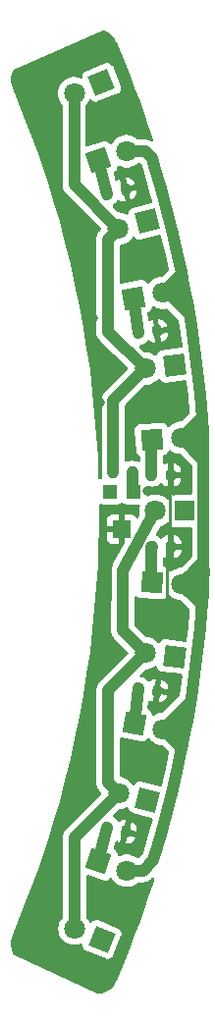
<source format=gbr>
%TF.GenerationSoftware,KiCad,Pcbnew,7.0.9*%
%TF.CreationDate,2024-06-22T15:47:22+09:00*%
%TF.ProjectId,Side_Line,53696465-5f4c-4696-9e65-2e6b69636164,rev?*%
%TF.SameCoordinates,Original*%
%TF.FileFunction,Copper,L2,Bot*%
%TF.FilePolarity,Positive*%
%FSLAX46Y46*%
G04 Gerber Fmt 4.6, Leading zero omitted, Abs format (unit mm)*
G04 Created by KiCad (PCBNEW 7.0.9) date 2024-06-22 15:47:22*
%MOMM*%
%LPD*%
G01*
G04 APERTURE LIST*
G04 Aperture macros list*
%AMRoundRect*
0 Rectangle with rounded corners*
0 $1 Rounding radius*
0 $2 $3 $4 $5 $6 $7 $8 $9 X,Y pos of 4 corners*
0 Add a 4 corners polygon primitive as box body*
4,1,4,$2,$3,$4,$5,$6,$7,$8,$9,$2,$3,0*
0 Add four circle primitives for the rounded corners*
1,1,$1+$1,$2,$3*
1,1,$1+$1,$4,$5*
1,1,$1+$1,$6,$7*
1,1,$1+$1,$8,$9*
0 Add four rect primitives between the rounded corners*
20,1,$1+$1,$2,$3,$4,$5,0*
20,1,$1+$1,$4,$5,$6,$7,0*
20,1,$1+$1,$6,$7,$8,$9,0*
20,1,$1+$1,$8,$9,$2,$3,0*%
%AMRotRect*
0 Rectangle, with rotation*
0 The origin of the aperture is its center*
0 $1 length*
0 $2 width*
0 $3 Rotation angle, in degrees counterclockwise*
0 Add horizontal line*
21,1,$1,$2,0,0,$3*%
G04 Aperture macros list end*
%TA.AperFunction,ComponentPad*%
%ADD10RotRect,1.800000X1.800000X165.600000*%
%TD*%
%TA.AperFunction,ComponentPad*%
%ADD11C,1.800000*%
%TD*%
%TA.AperFunction,SMDPad,CuDef*%
%ADD12RoundRect,0.200000X-0.163956X-0.297898X0.232890X-0.247765X0.163956X0.297898X-0.232890X0.247765X0*%
%TD*%
%TA.AperFunction,ComponentPad*%
%ADD13RotRect,1.800000X1.800000X172.800000*%
%TD*%
%TA.AperFunction,ComponentPad*%
%ADD14RotRect,1.800000X1.800000X10.800000*%
%TD*%
%TA.AperFunction,SMDPad,CuDef*%
%ADD15RoundRect,0.200000X-0.200000X-0.275000X0.200000X-0.275000X0.200000X0.275000X-0.200000X0.275000X0*%
%TD*%
%TA.AperFunction,ComponentPad*%
%ADD16R,1.800000X1.800000*%
%TD*%
%TA.AperFunction,ComponentPad*%
%ADD17RotRect,1.800000X1.800000X201.600000*%
%TD*%
%TA.AperFunction,ComponentPad*%
%ADD18RotRect,1.800000X1.800000X3.600000*%
%TD*%
%TA.AperFunction,ComponentPad*%
%ADD19RotRect,1.800000X1.800000X194.400000*%
%TD*%
%TA.AperFunction,SMDPad,CuDef*%
%ADD20RoundRect,0.200000X-0.125327X-0.316098X0.262106X-0.216622X0.125327X0.316098X-0.262106X0.216622X0*%
%TD*%
%TA.AperFunction,SMDPad,CuDef*%
%ADD21RoundRect,0.200000X0.200000X0.275000X-0.200000X0.275000X-0.200000X-0.275000X0.200000X-0.275000X0*%
%TD*%
%TA.AperFunction,ComponentPad*%
%ADD22RotRect,1.800000X1.800000X342.000000*%
%TD*%
%TA.AperFunction,ComponentPad*%
%ADD23RotRect,1.800000X1.800000X158.400000*%
%TD*%
%TA.AperFunction,SMDPad,CuDef*%
%ADD24RoundRect,0.200000X-0.232890X-0.247765X0.163956X-0.297898X0.232890X0.247765X-0.163956X0.297898X0*%
%TD*%
%TA.AperFunction,SMDPad,CuDef*%
%ADD25RoundRect,0.200000X-0.262106X-0.216622X0.125327X-0.316098X0.262106X0.216622X-0.125327X0.316098X0*%
%TD*%
%TA.AperFunction,ComponentPad*%
%ADD26RotRect,1.800000X1.800000X356.400000*%
%TD*%
%TA.AperFunction,ComponentPad*%
%ADD27RotRect,1.800000X1.800000X187.200000*%
%TD*%
%TA.AperFunction,ComponentPad*%
%ADD28RotRect,1.800000X1.800000X18.000000*%
%TD*%
%TA.AperFunction,ComponentPad*%
%ADD29RotRect,1.800000X1.800000X349.200000*%
%TD*%
%TA.AperFunction,SMDPad,CuDef*%
%ADD30R,1.200000X1.200000*%
%TD*%
%TA.AperFunction,SMDPad,CuDef*%
%ADD31R,1.600000X1.500000*%
%TD*%
%TA.AperFunction,ViaPad*%
%ADD32C,0.800000*%
%TD*%
%TA.AperFunction,Conductor*%
%ADD33C,1.000000*%
%TD*%
%TA.AperFunction,Conductor*%
%ADD34C,0.250000*%
%TD*%
G04 APERTURE END LIST*
D10*
%TO.P,Q6,1,C*%
%TO.N,+3.3V*%
X249644629Y-126515729D03*
D11*
%TO.P,Q6,2,E*%
%TO.N,/signal*%
X247184428Y-125884057D03*
%TD*%
D12*
%TO.P,R2,1*%
%TO.N,Net-(D2-K)*%
X248860845Y-86239528D03*
%TO.P,R2,2*%
%TO.N,GND*%
X250497835Y-86032728D03*
%TD*%
D13*
%TO.P,Q5,1,C*%
%TO.N,+3.3V*%
X252000595Y-114131277D03*
D11*
%TO.P,Q5,2,E*%
%TO.N,/signal*%
X249480624Y-113812931D03*
%TD*%
D14*
%TO.P,D2,1,K*%
%TO.N,Net-(D2-K)*%
X248493341Y-83217500D03*
D11*
%TO.P,D2,2,A*%
%TO.N,+5V*%
X250988351Y-82741551D03*
%TD*%
D15*
%TO.P,R4,1*%
%TO.N,Net-(D4-K)*%
X250050800Y-104648000D03*
%TO.P,R4,2*%
%TO.N,GND*%
X251700800Y-104648000D03*
%TD*%
D16*
%TO.P,Q4,1,C*%
%TO.N,+3.3V*%
X252907800Y-101549200D03*
D11*
%TO.P,Q4,2,E*%
%TO.N,/signal*%
X250367800Y-101549200D03*
%TD*%
D17*
%TO.P,Q1,1,C*%
%TO.N,+3.3V*%
X245717656Y-64598290D03*
D11*
%TO.P,Q1,2,E*%
%TO.N,/signal*%
X243356024Y-65533326D03*
%TD*%
D18*
%TO.P,D3,1,K*%
%TO.N,Net-(D3-K)*%
X250049534Y-95405512D03*
D11*
%TO.P,D3,2,A*%
%TO.N,+5V*%
X252584522Y-95246024D03*
%TD*%
D15*
%TO.P,R3,1*%
%TO.N,Net-(D3-K)*%
X250025400Y-98450400D03*
%TO.P,R3,2*%
%TO.N,GND*%
X251675400Y-98450400D03*
%TD*%
D19*
%TO.P,Q2,1,C*%
%TO.N,+3.3V*%
X249619362Y-76585863D03*
D11*
%TO.P,Q2,2,E*%
%TO.N,/signal*%
X247159161Y-77217535D03*
%TD*%
D20*
%TO.P,R1,1*%
%TO.N,Net-(D1-K)*%
X246175045Y-74270900D03*
%TO.P,R1,2*%
%TO.N,GND*%
X247773207Y-73860562D03*
%TD*%
D21*
%TO.P,R7,1*%
%TO.N,Net-(R7-Pad1)*%
X248373400Y-98247200D03*
%TO.P,R7,2*%
%TO.N,/signal*%
X246723400Y-98247200D03*
%TD*%
D22*
%TO.P,D6,1,K*%
%TO.N,Net-(D6-K)*%
X245463073Y-131784611D03*
D11*
%TO.P,D6,2,A*%
%TO.N,+5V*%
X247878757Y-132569514D03*
%TD*%
D23*
%TO.P,Q7,1,C*%
%TO.N,+3.3V*%
X245755057Y-138507245D03*
D11*
%TO.P,Q7,2,E*%
%TO.N,/signal*%
X243393425Y-137572209D03*
%TD*%
D24*
%TO.P,R5,1*%
%TO.N,Net-(D5-K)*%
X248873578Y-116859672D03*
%TO.P,R5,2*%
%TO.N,GND*%
X250510568Y-117066472D03*
%TD*%
D25*
%TO.P,R6,1*%
%TO.N,Net-(D6-K)*%
X246200311Y-128830690D03*
%TO.P,R6,2*%
%TO.N,GND*%
X247798473Y-129241028D03*
%TD*%
D26*
%TO.P,D4,1,K*%
%TO.N,Net-(D4-K)*%
X250055913Y-107693089D03*
D11*
%TO.P,D4,2,A*%
%TO.N,+5V*%
X252590901Y-107852577D03*
%TD*%
D27*
%TO.P,Q3,1,C*%
%TO.N,+3.3V*%
X251987861Y-88967924D03*
D11*
%TO.P,Q3,2,E*%
%TO.N,/signal*%
X249467890Y-89286270D03*
%TD*%
D28*
%TO.P,D1,1,K*%
%TO.N,Net-(D1-K)*%
X245431677Y-71318761D03*
D11*
%TO.P,D1,2,A*%
%TO.N,+5V*%
X247847361Y-70533858D03*
%TD*%
D29*
%TO.P,D5,1,K*%
%TO.N,Net-(D5-K)*%
X248522200Y-119884574D03*
D11*
%TO.P,D5,2,A*%
%TO.N,+5V*%
X251017210Y-120360523D03*
%TD*%
D30*
%TO.P,RV1,1,1*%
%TO.N,unconnected-(RV1-Pad1)*%
X246472200Y-99876200D03*
D31*
%TO.P,RV1,2,2*%
%TO.N,GND*%
X247472200Y-103126200D03*
D30*
%TO.P,RV1,3,3*%
%TO.N,Net-(R7-Pad1)*%
X248472200Y-99876200D03*
%TD*%
D32*
%TO.N,GND*%
X245364000Y-87630000D03*
X245999000Y-135128000D03*
X248158000Y-127889000D03*
X247269000Y-89281000D03*
X247523000Y-130683000D03*
X242443000Y-128016000D03*
X242697000Y-75057000D03*
X245745000Y-68072000D03*
X244983000Y-84963000D03*
X251714000Y-97028000D03*
X241554000Y-130683000D03*
X250698000Y-87376000D03*
X252984000Y-98425000D03*
X241935000Y-72263000D03*
X249174000Y-123190000D03*
X245618000Y-92202000D03*
X245999000Y-107188000D03*
X250952000Y-92329000D03*
X239903000Y-138938000D03*
X247269000Y-113792000D03*
X245110000Y-115570000D03*
X249682000Y-99822000D03*
X251968000Y-85852000D03*
X244729000Y-125730000D03*
X251924500Y-99822000D03*
X247396000Y-72390000D03*
X250317000Y-118491000D03*
X244729000Y-117983000D03*
X250317000Y-84582000D03*
X249174000Y-79883000D03*
X245618000Y-61722000D03*
X239649000Y-64389000D03*
X250317000Y-115570000D03*
X249174000Y-73533000D03*
X247650000Y-75311000D03*
X251841000Y-117221000D03*
X245364000Y-141224000D03*
X249174000Y-129540000D03*
X250825000Y-110871000D03*
%TO.N,/signal*%
X246723400Y-95910400D03*
%TD*%
D33*
%TO.N,Net-(D1-K)*%
X246175045Y-74270900D02*
X245431677Y-71318761D01*
%TO.N,+5V*%
X254379741Y-109656520D02*
X254323693Y-110286800D01*
X254518714Y-96113600D02*
X254518714Y-95554885D01*
X254518714Y-95554885D02*
X254462550Y-94742000D01*
X253651138Y-95246024D02*
X254518714Y-96113600D01*
X254518714Y-105562400D02*
X254518714Y-97332800D01*
X253428488Y-117662989D02*
X253092300Y-119650918D01*
X251017210Y-120360523D02*
X252130143Y-120360523D01*
X252584522Y-95246024D02*
X254518714Y-97180216D01*
X254518714Y-107645115D02*
X254459040Y-108508800D01*
X254323693Y-110286800D02*
X254201157Y-111664757D01*
X252581840Y-81148062D02*
X252581840Y-80924400D01*
X251017210Y-120360523D02*
X253370225Y-118007508D01*
X254249823Y-107852577D02*
X254521900Y-107580500D01*
X250173483Y-131677013D02*
X249280982Y-132569514D01*
X252302718Y-123605043D02*
X251849632Y-125569686D01*
X250827783Y-129470172D02*
X250259389Y-131404614D01*
X254518714Y-107188000D02*
X254518714Y-107645115D01*
X251357932Y-127524944D02*
X250827783Y-129470172D01*
X253725437Y-87531214D02*
X253428488Y-85537011D01*
X253095161Y-83566000D02*
X253092300Y-83549082D01*
X249280982Y-132569514D02*
X247878757Y-132569514D01*
X250988351Y-82741551D02*
X252270712Y-82741551D01*
X254323693Y-109585369D02*
X254323693Y-110286800D01*
X252571174Y-122326400D02*
X252302718Y-123605043D01*
X252716991Y-81568119D02*
X252581840Y-80924400D01*
X254518714Y-105924764D02*
X254518714Y-105562400D01*
X252590901Y-107852577D02*
X254518714Y-105924764D01*
X253092300Y-83549082D02*
X252826020Y-82143600D01*
X253247124Y-108508800D02*
X254459040Y-108508800D01*
X254564061Y-106725535D02*
X254518714Y-106680188D01*
X254201157Y-111664757D02*
X253983028Y-113669110D01*
X252826020Y-121056400D02*
X252716991Y-121631881D01*
X251017210Y-120360523D02*
X252571174Y-121914487D01*
X252590901Y-107852577D02*
X254323693Y-109585369D01*
X254459040Y-108508800D02*
X254379741Y-109656520D01*
X252716991Y-121631881D02*
X252571174Y-122326400D01*
X254462550Y-94742000D02*
X254379741Y-93543480D01*
X252590901Y-107852577D02*
X253255478Y-107188000D01*
X253983028Y-89530890D02*
X253725437Y-87531214D01*
X250043243Y-71110007D02*
X249467094Y-70533858D01*
X250827783Y-73729828D02*
X250259389Y-71795386D01*
X251849632Y-77630314D02*
X251357932Y-75675056D01*
X254518714Y-106680188D02*
X254518714Y-105562400D01*
X253958526Y-95246024D02*
X254462550Y-94742000D01*
X250988351Y-82741551D02*
X252581840Y-81148062D01*
X252302718Y-79594957D02*
X251849632Y-77630314D01*
X254518714Y-105562400D02*
X254518714Y-107188000D01*
X254518714Y-97180216D02*
X254518714Y-97332800D01*
X252584522Y-95246024D02*
X253958526Y-95246024D01*
X253255478Y-107188000D02*
X254518714Y-107188000D01*
X250259389Y-131404614D02*
X250173483Y-131677013D01*
X254201157Y-91535243D02*
X253983028Y-89530890D01*
X252590901Y-107852577D02*
X253247124Y-108508800D01*
X252584522Y-95246024D02*
X254287066Y-93543480D01*
X252581840Y-80924400D02*
X252302718Y-79594957D01*
X249467094Y-70533858D02*
X247847361Y-70533858D01*
X253262541Y-84555741D02*
X253428488Y-85537011D01*
X251849632Y-125569686D02*
X251357932Y-127524944D01*
X252228069Y-82741551D02*
X252826020Y-82143600D01*
X253370225Y-118007508D02*
X253428488Y-117662989D01*
X252826020Y-82143600D02*
X252716991Y-81568119D01*
X251357932Y-75675056D02*
X250827783Y-73729828D01*
X250988351Y-82741551D02*
X251448351Y-82741551D01*
X252382695Y-120360523D02*
X253092300Y-119650918D01*
X254521900Y-107580500D02*
X254564061Y-106725535D01*
X252584522Y-95246024D02*
X253651138Y-95246024D01*
X252590901Y-107852577D02*
X254249823Y-107852577D01*
X252270712Y-82741551D02*
X253095161Y-83566000D01*
X254518714Y-97332800D02*
X254518714Y-96113600D01*
X252130143Y-120360523D02*
X252826020Y-121056400D01*
X253428488Y-85537011D02*
X253095161Y-83566000D01*
X250259389Y-71795386D02*
X250043243Y-71110007D01*
X253092300Y-119650918D02*
X252826020Y-121056400D01*
X253983028Y-113669110D02*
X253725437Y-115668786D01*
X254379741Y-93543480D02*
X254201157Y-91535243D01*
X252571174Y-121914487D02*
X252571174Y-122326400D01*
X250988351Y-82741551D02*
X252228069Y-82741551D01*
X251448351Y-82741551D02*
X253262541Y-84555741D01*
X254287066Y-93543480D02*
X254379741Y-93543480D01*
X253725437Y-115668786D02*
X253428488Y-117662989D01*
X251017210Y-120360523D02*
X252382695Y-120360523D01*
%TO.N,Net-(D2-K)*%
X248860845Y-86239528D02*
X248493341Y-83217500D01*
%TO.N,Net-(D3-K)*%
X250025400Y-98450400D02*
X250025400Y-95429646D01*
X250025400Y-95429646D02*
X250049534Y-95405512D01*
%TO.N,Net-(D4-K)*%
X250025400Y-107662576D02*
X250055913Y-107693089D01*
X250050800Y-104648000D02*
X250025400Y-104673400D01*
X250025400Y-104673400D02*
X250025400Y-107662576D01*
%TO.N,Net-(D5-K)*%
X248522200Y-119884574D02*
X248873578Y-116859672D01*
%TO.N,Net-(D6-K)*%
X246200311Y-128830690D02*
X245463073Y-131784611D01*
D34*
%TO.N,GND*%
X251700800Y-104648000D02*
X251637800Y-104585000D01*
X251637800Y-100108700D02*
X251924500Y-99822000D01*
X251365901Y-104982899D02*
X251365901Y-110330099D01*
X251365901Y-110330099D02*
X250825000Y-110871000D01*
X251637800Y-104585000D02*
X251637800Y-100108700D01*
X251700800Y-104648000D02*
X251365901Y-104982899D01*
D33*
%TO.N,/signal*%
X243393425Y-137572209D02*
X243393425Y-129675060D01*
X246284428Y-117009127D02*
X249480624Y-113812931D01*
X247548400Y-111880707D02*
X247573800Y-106883200D01*
X247159161Y-77217535D02*
X246259161Y-78117535D01*
X246259161Y-78117535D02*
X246259161Y-86077541D01*
X246723400Y-92030760D02*
X246723400Y-95910400D01*
X247573800Y-106883200D02*
X247573800Y-106654600D01*
X249480624Y-113812931D02*
X247548400Y-111880707D01*
X243393425Y-129675060D02*
X247184428Y-125884057D01*
X246284428Y-124984057D02*
X246284428Y-117009127D01*
X243356024Y-65533326D02*
X243356024Y-73414398D01*
X247184428Y-125884057D02*
X246284428Y-124984057D01*
X247573800Y-106654600D02*
X250367800Y-101549200D01*
X246259161Y-86077541D02*
X249467890Y-89286270D01*
X246723400Y-95910400D02*
X246723400Y-98247200D01*
X249467890Y-89286270D02*
X246723400Y-92030760D01*
X243356024Y-73414398D02*
X247159161Y-77217535D01*
%TO.N,Net-(R7-Pad1)*%
X248472200Y-99876200D02*
X248373400Y-99777400D01*
X248373400Y-99777400D02*
X248373400Y-98247200D01*
%TD*%
%TA.AperFunction,Conductor*%
%TO.N,GND*%
G36*
X247531626Y-100848028D02*
G01*
X247546511Y-100857594D01*
X247629869Y-100919996D01*
X247629871Y-100919997D01*
X247764717Y-100970291D01*
X247764716Y-100970291D01*
X247771644Y-100971035D01*
X247824327Y-100976700D01*
X248908753Y-100976699D01*
X248975792Y-100996384D01*
X249021547Y-101049187D01*
X249031491Y-101118346D01*
X249028959Y-101131139D01*
X248981666Y-101317891D01*
X248981664Y-101317902D01*
X248962500Y-101549193D01*
X248962500Y-101549206D01*
X248981665Y-101780501D01*
X249007358Y-101881961D01*
X249004733Y-101951781D01*
X248995928Y-101971930D01*
X248918781Y-102112898D01*
X248869329Y-102162257D01*
X248801042Y-102177045D01*
X248735601Y-102152566D01*
X248710738Y-102127680D01*
X248629386Y-102019009D01*
X248514293Y-101932849D01*
X248514286Y-101932845D01*
X248379579Y-101882603D01*
X248379572Y-101882601D01*
X248320044Y-101876200D01*
X247722200Y-101876200D01*
X247722200Y-104267669D01*
X247706976Y-104327198D01*
X246723531Y-106124220D01*
X246720029Y-106129877D01*
X246694505Y-106166550D01*
X246674420Y-106213350D01*
X246671946Y-106218457D01*
X246671874Y-106218588D01*
X246671770Y-106218804D01*
X246653221Y-106262752D01*
X246614256Y-106353549D01*
X246613427Y-106356188D01*
X246613389Y-106356315D01*
X246613355Y-106356421D01*
X246612480Y-106359271D01*
X246593183Y-106456104D01*
X246573298Y-106552864D01*
X246572995Y-106555847D01*
X246572710Y-106558825D01*
X246572710Y-106558831D01*
X246572710Y-106558832D01*
X246573300Y-106657640D01*
X246573300Y-106880653D01*
X246547964Y-111865439D01*
X246545643Y-111957070D01*
X246555990Y-112014802D01*
X246556673Y-112019766D01*
X246562310Y-112078136D01*
X246566482Y-112091675D01*
X246573224Y-112113555D01*
X246575002Y-112120879D01*
X246581542Y-112157360D01*
X246603294Y-112211815D01*
X246604968Y-112216557D01*
X246622236Y-112272592D01*
X246640056Y-112305086D01*
X246643274Y-112311906D01*
X246657021Y-112346321D01*
X246657023Y-112346324D01*
X246689299Y-112395297D01*
X246691879Y-112399580D01*
X246698927Y-112412431D01*
X246720081Y-112451005D01*
X246720084Y-112451009D01*
X246744076Y-112479245D01*
X246748601Y-112485278D01*
X246768999Y-112516228D01*
X246810460Y-112557688D01*
X246813868Y-112561384D01*
X246851838Y-112606071D01*
X246873507Y-112623021D01*
X246881026Y-112628902D01*
X246886665Y-112633893D01*
X247978021Y-113725249D01*
X248011506Y-113786572D01*
X248006522Y-113856264D01*
X247978021Y-113900611D01*
X245585960Y-116292673D01*
X245521374Y-116354069D01*
X245486327Y-116404421D01*
X245483490Y-116408183D01*
X245444730Y-116455719D01*
X245444727Y-116455724D01*
X245428820Y-116486174D01*
X245424752Y-116492888D01*
X245405130Y-116521081D01*
X245380937Y-116577457D01*
X245378916Y-116581711D01*
X245350519Y-116636078D01*
X245350518Y-116636079D01*
X245341068Y-116669102D01*
X245338435Y-116676498D01*
X245324887Y-116708070D01*
X245312541Y-116768146D01*
X245311418Y-116772722D01*
X245294541Y-116831704D01*
X245294541Y-116831706D01*
X245291931Y-116865968D01*
X245290842Y-116873735D01*
X245285408Y-116900179D01*
X245283928Y-116907385D01*
X245283928Y-116968724D01*
X245283749Y-116973433D01*
X245279090Y-117034601D01*
X245281135Y-117050654D01*
X245283431Y-117068687D01*
X245283928Y-117076515D01*
X245283928Y-124971340D01*
X245281671Y-125060419D01*
X245281671Y-125060427D01*
X245292492Y-125120796D01*
X245293146Y-125125461D01*
X245299353Y-125186487D01*
X245299355Y-125186501D01*
X245309636Y-125219270D01*
X245311507Y-125226894D01*
X245317570Y-125260709D01*
X245317570Y-125260712D01*
X245340322Y-125317669D01*
X245341902Y-125322108D01*
X245360269Y-125380645D01*
X245360272Y-125380652D01*
X245376937Y-125410676D01*
X245380307Y-125417771D01*
X245393050Y-125449671D01*
X245393055Y-125449681D01*
X245426805Y-125500890D01*
X245429246Y-125504920D01*
X245459016Y-125558555D01*
X245459017Y-125558556D01*
X245459019Y-125558559D01*
X245481396Y-125584624D01*
X245486121Y-125590892D01*
X245505025Y-125619575D01*
X245548393Y-125662943D01*
X245551596Y-125666399D01*
X245591563Y-125712953D01*
X245618727Y-125733980D01*
X245624614Y-125739164D01*
X245681825Y-125796375D01*
X245715310Y-125857698D01*
X245710326Y-125927390D01*
X245681825Y-125971737D01*
X242694957Y-128958606D01*
X242630371Y-129020002D01*
X242595324Y-129070354D01*
X242592487Y-129074116D01*
X242553727Y-129121652D01*
X242553724Y-129121657D01*
X242537817Y-129152107D01*
X242533749Y-129158821D01*
X242514127Y-129187014D01*
X242489934Y-129243390D01*
X242487913Y-129247644D01*
X242459516Y-129302011D01*
X242459515Y-129302012D01*
X242450065Y-129335035D01*
X242447432Y-129342431D01*
X242433884Y-129374003D01*
X242421538Y-129434079D01*
X242420415Y-129438655D01*
X242403538Y-129497637D01*
X242403538Y-129497639D01*
X242400928Y-129531901D01*
X242399839Y-129539668D01*
X242394405Y-129566112D01*
X242392925Y-129573318D01*
X242392925Y-129634657D01*
X242392746Y-129639366D01*
X242388087Y-129700534D01*
X242388910Y-129706993D01*
X242392428Y-129734620D01*
X242392925Y-129742448D01*
X242392925Y-136542830D01*
X242373240Y-136609869D01*
X242360155Y-136626812D01*
X242284447Y-136709053D01*
X242284445Y-136709055D01*
X242157500Y-136903360D01*
X242064267Y-137115908D01*
X242007291Y-137340900D01*
X242007289Y-137340911D01*
X241988125Y-137572202D01*
X241988125Y-137572215D01*
X242007289Y-137803506D01*
X242007291Y-137803517D01*
X242064267Y-138028509D01*
X242157500Y-138241057D01*
X242284441Y-138435356D01*
X242284444Y-138435360D01*
X242284446Y-138435362D01*
X242441641Y-138606122D01*
X242441644Y-138606124D01*
X242441647Y-138606127D01*
X242624790Y-138748673D01*
X242624796Y-138748677D01*
X242624799Y-138748679D01*
X242828922Y-138859145D01*
X242869269Y-138872996D01*
X243048440Y-138934506D01*
X243048442Y-138934506D01*
X243048444Y-138934507D01*
X243277376Y-138972709D01*
X243277377Y-138972709D01*
X243509473Y-138972709D01*
X243509474Y-138972709D01*
X243738406Y-138934507D01*
X243922542Y-138871292D01*
X243992339Y-138868143D01*
X244052761Y-138903229D01*
X244084621Y-138965411D01*
X244086779Y-138991054D01*
X244085106Y-139074671D01*
X244085107Y-139074676D01*
X244122884Y-139213542D01*
X244122888Y-139213550D01*
X244169398Y-139289207D01*
X244198260Y-139336155D01*
X244305124Y-139432559D01*
X244358189Y-139460462D01*
X244358193Y-139460464D01*
X244358192Y-139460464D01*
X246120792Y-140158325D01*
X246120793Y-140158326D01*
X246120800Y-140158328D01*
X246120808Y-140158331D01*
X246178592Y-140174317D01*
X246281372Y-140176372D01*
X246322483Y-140177195D01*
X246322483Y-140177194D01*
X246322485Y-140177195D01*
X246391827Y-140158331D01*
X246461354Y-140139417D01*
X246461355Y-140139416D01*
X246461360Y-140139415D01*
X246583967Y-140064042D01*
X246680371Y-139957178D01*
X246708274Y-139904113D01*
X247406137Y-138141508D01*
X247406138Y-138141508D01*
X247406139Y-138141503D01*
X247406143Y-138141494D01*
X247422129Y-138083710D01*
X247425007Y-137939817D01*
X247387925Y-137803506D01*
X247387229Y-137800947D01*
X247387225Y-137800939D01*
X247311854Y-137678335D01*
X247204990Y-137581931D01*
X247173868Y-137565566D01*
X247151920Y-137554025D01*
X247151921Y-137554025D01*
X245389321Y-136856164D01*
X245389320Y-136856163D01*
X245389306Y-136856159D01*
X245331522Y-136840173D01*
X245331520Y-136840172D01*
X245331516Y-136840172D01*
X245187630Y-136837294D01*
X245187625Y-136837295D01*
X245048759Y-136875072D01*
X245048751Y-136875076D01*
X244926146Y-136950447D01*
X244868887Y-137013919D01*
X244809365Y-137050511D01*
X244739509Y-137049114D01*
X244681498Y-137010172D01*
X244663260Y-136980669D01*
X244629349Y-136903360D01*
X244502404Y-136709055D01*
X244502402Y-136709053D01*
X244426695Y-136626812D01*
X244395773Y-136564157D01*
X244393925Y-136542830D01*
X244393925Y-133080467D01*
X244413610Y-133013428D01*
X244466414Y-132967673D01*
X244535572Y-132957729D01*
X244556240Y-132962535D01*
X245931775Y-133409473D01*
X245990448Y-133421800D01*
X246134239Y-133415637D01*
X246152332Y-133409471D01*
X246270462Y-133369213D01*
X246270463Y-133369212D01*
X246270467Y-133369211D01*
X246388099Y-133286288D01*
X246438238Y-133223150D01*
X246495340Y-133182897D01*
X246565146Y-133179904D01*
X246625488Y-133215125D01*
X246639468Y-133234435D01*
X246640028Y-133234070D01*
X246769773Y-133432661D01*
X246769776Y-133432665D01*
X246769778Y-133432667D01*
X246926973Y-133603427D01*
X246926976Y-133603429D01*
X246926979Y-133603432D01*
X247110122Y-133745978D01*
X247110128Y-133745982D01*
X247110131Y-133745984D01*
X247314254Y-133856450D01*
X247428244Y-133895582D01*
X247533772Y-133931811D01*
X247533774Y-133931811D01*
X247533776Y-133931812D01*
X247762708Y-133970014D01*
X247762709Y-133970014D01*
X247994805Y-133970014D01*
X247994806Y-133970014D01*
X248223738Y-133931812D01*
X248443260Y-133856450D01*
X248647383Y-133745984D01*
X248830541Y-133603427D01*
X248830557Y-133603409D01*
X248831236Y-133602786D01*
X248831584Y-133602614D01*
X248834587Y-133600277D01*
X248835067Y-133600894D01*
X248893890Y-133571862D01*
X248915221Y-133570014D01*
X249268266Y-133570014D01*
X249357340Y-133572271D01*
X249357340Y-133572270D01*
X249357345Y-133572271D01*
X249417735Y-133561446D01*
X249422394Y-133560794D01*
X249464589Y-133556502D01*
X249483420Y-133554588D01*
X249516209Y-133544300D01*
X249523822Y-133542432D01*
X249557635Y-133536372D01*
X249614603Y-133513615D01*
X249619035Y-133512038D01*
X249677570Y-133493673D01*
X249707609Y-133476998D01*
X249714690Y-133473636D01*
X249746599Y-133460891D01*
X249797836Y-133427122D01*
X249801833Y-133424701D01*
X249855484Y-133394923D01*
X249881550Y-133372544D01*
X249887825Y-133367814D01*
X249916501Y-133348916D01*
X249959905Y-133305509D01*
X249963309Y-133302355D01*
X250009877Y-133262380D01*
X250030910Y-133235205D01*
X250036080Y-133229335D01*
X250081664Y-133183750D01*
X250142986Y-133150267D01*
X250212678Y-133155251D01*
X250268611Y-133197123D01*
X250293028Y-133262587D01*
X250287229Y-133309891D01*
X250226439Y-133496232D01*
X249865864Y-134593629D01*
X249598486Y-135361545D01*
X249205208Y-136485100D01*
X248945161Y-137187092D01*
X248507856Y-138363351D01*
X248289166Y-138919781D01*
X247774766Y-140225909D01*
X247014852Y-142051600D01*
X247012994Y-142055648D01*
X246982311Y-142116615D01*
X246959936Y-142160301D01*
X246903829Y-142269839D01*
X246900135Y-142276113D01*
X246841898Y-142362948D01*
X246762455Y-142476248D01*
X246758493Y-142481316D01*
X246684834Y-142566108D01*
X246595186Y-142662368D01*
X246591207Y-142666273D01*
X246506375Y-142742350D01*
X246504092Y-142744300D01*
X246404825Y-142825007D01*
X246401054Y-142827841D01*
X246306579Y-142893388D01*
X246303341Y-142895488D01*
X246194483Y-142961380D01*
X246191120Y-142963275D01*
X246089235Y-143016584D01*
X246084976Y-143018610D01*
X245967460Y-143069127D01*
X245964674Y-143070246D01*
X245857916Y-143110134D01*
X245852611Y-143111848D01*
X245725756Y-143146638D01*
X245616473Y-143172580D01*
X245610145Y-143173739D01*
X245472941Y-143191585D01*
X245395440Y-143200033D01*
X245329566Y-143189130D01*
X238235285Y-139878465D01*
X238184360Y-139834597D01*
X238158989Y-139796312D01*
X238155544Y-139790438D01*
X238101165Y-139684818D01*
X238038930Y-139550270D01*
X238036769Y-139544962D01*
X237996965Y-139432559D01*
X237996416Y-139431009D01*
X237995301Y-139427538D01*
X237955338Y-139289207D01*
X237954208Y-139284653D01*
X237942202Y-139226979D01*
X237929381Y-139165389D01*
X237928602Y-139160773D01*
X237910044Y-139017968D01*
X237909686Y-139014395D01*
X237901214Y-138893765D01*
X237901079Y-138888014D01*
X237904454Y-138739838D01*
X237912172Y-138621259D01*
X237912981Y-138614546D01*
X237940311Y-138459766D01*
X237961906Y-138353298D01*
X237963935Y-138345772D01*
X238030895Y-138148210D01*
X238048940Y-138096412D01*
X238050439Y-138092537D01*
X238064781Y-138058878D01*
X238064785Y-138058866D01*
X238417218Y-137231731D01*
X239117332Y-135492274D01*
X239782276Y-133739071D01*
X240411778Y-131972833D01*
X241005583Y-130194275D01*
X241563452Y-128404121D01*
X242085156Y-126603094D01*
X242570486Y-124791927D01*
X243019243Y-122971354D01*
X243431246Y-121142112D01*
X243806329Y-119304945D01*
X244144338Y-117460596D01*
X244445136Y-115609815D01*
X244708602Y-113753352D01*
X244934629Y-111891959D01*
X245123125Y-110026392D01*
X245274014Y-108157407D01*
X245387234Y-106285763D01*
X245462739Y-104412218D01*
X245483607Y-103376200D01*
X246172200Y-103376200D01*
X246172200Y-103924044D01*
X246178601Y-103983572D01*
X246178603Y-103983579D01*
X246228845Y-104118286D01*
X246228849Y-104118293D01*
X246315009Y-104233387D01*
X246315012Y-104233390D01*
X246430106Y-104319550D01*
X246430113Y-104319554D01*
X246564820Y-104369796D01*
X246564827Y-104369798D01*
X246624355Y-104376199D01*
X246624372Y-104376200D01*
X247222200Y-104376200D01*
X247222200Y-103376200D01*
X246172200Y-103376200D01*
X245483607Y-103376200D01*
X245493678Y-102876200D01*
X246172200Y-102876200D01*
X247222200Y-102876200D01*
X247222200Y-101876200D01*
X246624355Y-101876200D01*
X246564827Y-101882601D01*
X246564820Y-101882603D01*
X246430113Y-101932845D01*
X246430106Y-101932849D01*
X246315012Y-102019009D01*
X246315009Y-102019012D01*
X246228849Y-102134106D01*
X246228845Y-102134113D01*
X246178603Y-102268820D01*
X246178601Y-102268827D01*
X246172200Y-102328355D01*
X246172200Y-102876200D01*
X245493678Y-102876200D01*
X245500500Y-102537533D01*
X245500500Y-101050338D01*
X245520185Y-100983299D01*
X245572989Y-100937544D01*
X245642147Y-100927600D01*
X245667833Y-100934156D01*
X245764717Y-100970291D01*
X245764716Y-100970291D01*
X245771644Y-100971035D01*
X245824327Y-100976700D01*
X247120072Y-100976699D01*
X247179683Y-100970291D01*
X247314531Y-100919996D01*
X247397889Y-100857593D01*
X247463353Y-100833177D01*
X247531626Y-100848028D01*
G37*
%TD.AperFunction*%
%TA.AperFunction,Conductor*%
G36*
X248001297Y-127116840D02*
G01*
X248042959Y-127172931D01*
X248049923Y-127202748D01*
X248058964Y-127287981D01*
X248058965Y-127287985D01*
X248113850Y-127421025D01*
X248113854Y-127421032D01*
X248203993Y-127533216D01*
X248203996Y-127533219D01*
X248203998Y-127533221D01*
X248322102Y-127615471D01*
X248378245Y-127636503D01*
X250038683Y-128062830D01*
X250043583Y-128064088D01*
X250103621Y-128099826D01*
X250134807Y-128162350D01*
X250132382Y-128216797D01*
X249865079Y-129197592D01*
X249302751Y-131111388D01*
X249271461Y-131164112D01*
X248993299Y-131442277D01*
X248947016Y-131488560D01*
X248885692Y-131522045D01*
X248816001Y-131517061D01*
X248783172Y-131498732D01*
X248647391Y-131393049D01*
X248647385Y-131393045D01*
X248443261Y-131282578D01*
X248443252Y-131282575D01*
X248223741Y-131207216D01*
X248052039Y-131178564D01*
X247994806Y-131169014D01*
X247762708Y-131169014D01*
X247716921Y-131176654D01*
X247533772Y-131207216D01*
X247314261Y-131282575D01*
X247314247Y-131282581D01*
X247280585Y-131300798D01*
X247212256Y-131315393D01*
X247146884Y-131290729D01*
X247105224Y-131234639D01*
X247097682Y-131197052D01*
X247094099Y-131113445D01*
X247093398Y-131111388D01*
X247047675Y-130977221D01*
X247047672Y-130977215D01*
X246964751Y-130859586D01*
X246852040Y-130770078D01*
X246845418Y-130766053D01*
X246846182Y-130764795D01*
X246799600Y-130725009D01*
X246779440Y-130658111D01*
X246783127Y-130627203D01*
X246877877Y-130247567D01*
X247798147Y-130247567D01*
X247804514Y-130249202D01*
X247874422Y-130260536D01*
X247874427Y-130260536D01*
X248044188Y-130251913D01*
X248044196Y-130251912D01*
X248206967Y-130202912D01*
X248206969Y-130202911D01*
X248353285Y-130116380D01*
X248474647Y-129997342D01*
X248474649Y-129997340D01*
X248563990Y-129852727D01*
X248563993Y-129852722D01*
X248587734Y-129786016D01*
X248587743Y-129785989D01*
X248608025Y-129706993D01*
X247978447Y-129545344D01*
X247978445Y-129545345D01*
X247798147Y-130247566D01*
X247798147Y-130247567D01*
X246877877Y-130247567D01*
X246917636Y-130088262D01*
X246952967Y-130027989D01*
X247015279Y-129996382D01*
X247084787Y-130003481D01*
X247103117Y-130012801D01*
X247240764Y-130097839D01*
X247307497Y-130121592D01*
X247313854Y-130123223D01*
X247313855Y-130123223D01*
X247497423Y-129408273D01*
X247586573Y-129061052D01*
X248102789Y-129061052D01*
X248102790Y-129061054D01*
X248732368Y-129222702D01*
X248752653Y-129143700D01*
X248752655Y-129143693D01*
X248763989Y-129073783D01*
X248763989Y-129073778D01*
X248755366Y-128904017D01*
X248755365Y-128904009D01*
X248706365Y-128741238D01*
X248706362Y-128741232D01*
X248619834Y-128594919D01*
X248619832Y-128594916D01*
X248500800Y-128473562D01*
X248500793Y-128473556D01*
X248356183Y-128384217D01*
X248289448Y-128360463D01*
X248283090Y-128358830D01*
X248102789Y-129061052D01*
X247586573Y-129061052D01*
X247798797Y-128234487D01*
X247792422Y-128232851D01*
X247722525Y-128221519D01*
X247722518Y-128221519D01*
X247552757Y-128230142D01*
X247552749Y-128230143D01*
X247389978Y-128279143D01*
X247389976Y-128279144D01*
X247265703Y-128352639D01*
X247197979Y-128369822D01*
X247131716Y-128347662D01*
X247095850Y-128309028D01*
X247022069Y-128184271D01*
X246902953Y-128062830D01*
X246902949Y-128062826D01*
X246758231Y-127973421D01*
X246752316Y-127970581D01*
X246753060Y-127969030D01*
X246703406Y-127933009D01*
X246678010Y-127867918D01*
X246691836Y-127799430D01*
X246713862Y-127769541D01*
X247162529Y-127320876D01*
X247223852Y-127287391D01*
X247250210Y-127284557D01*
X247300476Y-127284557D01*
X247300477Y-127284557D01*
X247529409Y-127246355D01*
X247748931Y-127170993D01*
X247748938Y-127170989D01*
X247748941Y-127170988D01*
X247867597Y-127106774D01*
X247935925Y-127092178D01*
X248001297Y-127116840D01*
G37*
%TD.AperFunction*%
%TA.AperFunction,Conductor*%
G36*
X247432135Y-121102387D02*
G01*
X249190855Y-121437880D01*
X249250611Y-121442755D01*
X249392495Y-121418619D01*
X249476130Y-121377793D01*
X249521826Y-121355489D01*
X249521827Y-121355487D01*
X249521831Y-121355486D01*
X249628142Y-121258473D01*
X249671838Y-121186476D01*
X249723446Y-121139381D01*
X249792326Y-121127662D01*
X249856607Y-121155043D01*
X249881649Y-121182991D01*
X249908225Y-121223668D01*
X249908227Y-121223670D01*
X249908231Y-121223676D01*
X250065426Y-121394436D01*
X250065429Y-121394438D01*
X250065432Y-121394441D01*
X250248575Y-121536987D01*
X250248581Y-121536991D01*
X250248584Y-121536993D01*
X250452707Y-121647459D01*
X250566697Y-121686591D01*
X250672225Y-121722820D01*
X250672227Y-121722820D01*
X250672229Y-121722821D01*
X250901161Y-121761023D01*
X250951427Y-121761023D01*
X251018466Y-121780708D01*
X251039108Y-121797342D01*
X251504744Y-122262977D01*
X251538229Y-122324300D01*
X251538417Y-122376137D01*
X251325595Y-123389799D01*
X250894401Y-125259510D01*
X250860155Y-125320411D01*
X250798420Y-125353129D01*
X250742736Y-125351748D01*
X249074834Y-124923504D01*
X249074814Y-124923500D01*
X249015495Y-124914885D01*
X249015486Y-124914884D01*
X248872376Y-124930064D01*
X248872372Y-124930065D01*
X248739332Y-124984950D01*
X248739325Y-124984954D01*
X248627141Y-125075093D01*
X248627134Y-125075100D01*
X248578250Y-125145294D01*
X248523784Y-125189058D01*
X248454304Y-125196427D01*
X248391870Y-125165063D01*
X248372686Y-125142250D01*
X248293411Y-125020909D01*
X248293408Y-125020906D01*
X248293407Y-125020904D01*
X248136212Y-124850144D01*
X248136207Y-124850140D01*
X248136205Y-124850138D01*
X247953062Y-124707592D01*
X247953056Y-124707588D01*
X247748932Y-124597121D01*
X247748923Y-124597118D01*
X247529412Y-124521759D01*
X247388518Y-124498248D01*
X247325633Y-124467797D01*
X247289193Y-124408182D01*
X247284928Y-124375939D01*
X247284928Y-121224196D01*
X247304613Y-121157157D01*
X247357417Y-121111402D01*
X247426575Y-121101458D01*
X247432135Y-121102387D01*
G37*
%TD.AperFunction*%
%TA.AperFunction,Conductor*%
G36*
X250441358Y-114931732D02*
G01*
X250491683Y-114980199D01*
X250504685Y-115013232D01*
X250524223Y-115096179D01*
X250595350Y-115221291D01*
X250595357Y-115221300D01*
X250690383Y-115313125D01*
X250698849Y-115321305D01*
X250826330Y-115388104D01*
X250884667Y-115401934D01*
X252593354Y-115617790D01*
X252657397Y-115645721D01*
X252696173Y-115703844D01*
X252700460Y-115759075D01*
X252443478Y-117484882D01*
X252414134Y-117548291D01*
X252408511Y-117554300D01*
X251039109Y-118923704D01*
X250977786Y-118957189D01*
X250951428Y-118960023D01*
X250901161Y-118960023D01*
X250855374Y-118967663D01*
X250672225Y-118998225D01*
X250452714Y-119073584D01*
X250452700Y-119073590D01*
X250251137Y-119182670D01*
X250182809Y-119197265D01*
X250117437Y-119172602D01*
X250075776Y-119116511D01*
X250069876Y-119094409D01*
X250056246Y-119014283D01*
X250056245Y-119014281D01*
X250056245Y-119014279D01*
X250028378Y-118957189D01*
X249993115Y-118884947D01*
X249993111Y-118884942D01*
X249896098Y-118778631D01*
X249896096Y-118778629D01*
X249773066Y-118703960D01*
X249773064Y-118703959D01*
X249769196Y-118702782D01*
X249766563Y-118701052D01*
X249765985Y-118700794D01*
X249766026Y-118700700D01*
X249710798Y-118664422D01*
X249682410Y-118600579D01*
X249682146Y-118569859D01*
X249740778Y-118065115D01*
X250636396Y-118065115D01*
X250642914Y-118065939D01*
X250642913Y-118065939D01*
X250713699Y-118068422D01*
X250881045Y-118038590D01*
X250881052Y-118038587D01*
X251036397Y-117969573D01*
X251170714Y-117865386D01*
X251170719Y-117865381D01*
X251276200Y-117732079D01*
X251276201Y-117732078D01*
X251346715Y-117577403D01*
X251361911Y-117508244D01*
X251361915Y-117508217D01*
X251372137Y-117427300D01*
X251372136Y-117427299D01*
X250727262Y-117345832D01*
X250636396Y-118065115D01*
X249740778Y-118065115D01*
X249746097Y-118019323D01*
X249773385Y-117955007D01*
X249831115Y-117915650D01*
X249900959Y-117913753D01*
X249920705Y-117920807D01*
X250064645Y-117986427D01*
X250133816Y-118001625D01*
X250140340Y-118002450D01*
X250231206Y-117283167D01*
X250285956Y-116849776D01*
X250789928Y-116849776D01*
X251434803Y-116931242D01*
X251445025Y-116850322D01*
X251445026Y-116850313D01*
X251447509Y-116779531D01*
X251417678Y-116612186D01*
X251417675Y-116612179D01*
X251348661Y-116456834D01*
X251348658Y-116456830D01*
X251244475Y-116322517D01*
X251244468Y-116322509D01*
X251111163Y-116217029D01*
X250956490Y-116146516D01*
X250887321Y-116131318D01*
X250887311Y-116131316D01*
X250880794Y-116130492D01*
X250789928Y-116849776D01*
X250285956Y-116849776D01*
X250384738Y-116067827D01*
X250378231Y-116067006D01*
X250378212Y-116067004D01*
X250307436Y-116064521D01*
X250140090Y-116094353D01*
X250140083Y-116094356D01*
X249984739Y-116163370D01*
X249870654Y-116251863D01*
X249805618Y-116277397D01*
X249737100Y-116263717D01*
X249696675Y-116229883D01*
X249607843Y-116115362D01*
X249607840Y-116115358D01*
X249607838Y-116115356D01*
X249607836Y-116115354D01*
X249539349Y-116061162D01*
X249474439Y-116009800D01*
X249319653Y-115939236D01*
X249319651Y-115939235D01*
X249319650Y-115939235D01*
X249250436Y-115924027D01*
X249232159Y-115921718D01*
X249202982Y-115914350D01*
X249139549Y-115889820D01*
X249102067Y-115883528D01*
X249039212Y-115853016D01*
X249002831Y-115793365D01*
X249004475Y-115723515D01*
X249034913Y-115673561D01*
X249458726Y-115249750D01*
X249520049Y-115216265D01*
X249546407Y-115213431D01*
X249596672Y-115213431D01*
X249596673Y-115213431D01*
X249825605Y-115175229D01*
X250045127Y-115099867D01*
X250249250Y-114989401D01*
X250307827Y-114943808D01*
X250372818Y-114918166D01*
X250441358Y-114931732D01*
G37*
%TD.AperFunction*%
%TA.AperFunction,Conductor*%
G36*
X251539686Y-108784827D02*
G01*
X251564771Y-108805728D01*
X251639117Y-108886490D01*
X251639120Y-108886492D01*
X251639123Y-108886495D01*
X251822266Y-109029041D01*
X251822272Y-109029045D01*
X251822275Y-109029047D01*
X252026398Y-109139513D01*
X252140388Y-109178645D01*
X252245916Y-109214874D01*
X252245918Y-109214874D01*
X252245920Y-109214875D01*
X252474852Y-109253077D01*
X252525118Y-109253077D01*
X252592157Y-109272762D01*
X252612799Y-109289396D01*
X253286874Y-109963470D01*
X253320359Y-110024793D01*
X253323193Y-110051151D01*
X253323193Y-110239640D01*
X253322949Y-110245134D01*
X253205461Y-111566330D01*
X253078960Y-112728731D01*
X253052138Y-112793248D01*
X252994694Y-112833021D01*
X252940147Y-112838338D01*
X251235728Y-112623021D01*
X251175783Y-112621908D01*
X251175782Y-112621908D01*
X251153352Y-112627191D01*
X251035693Y-112654904D01*
X251035692Y-112654905D01*
X250910580Y-112726032D01*
X250910571Y-112726039D01*
X250810568Y-112829528D01*
X250772021Y-112903093D01*
X250723469Y-112953338D01*
X250655461Y-112969357D01*
X250589587Y-112946066D01*
X250570961Y-112929528D01*
X250432408Y-112779018D01*
X250432403Y-112779014D01*
X250432401Y-112779012D01*
X250249258Y-112636466D01*
X250249252Y-112636462D01*
X250045128Y-112525995D01*
X250045119Y-112525992D01*
X249825608Y-112450633D01*
X249653906Y-112421981D01*
X249596673Y-112412431D01*
X249596672Y-112412431D01*
X249546407Y-112412431D01*
X249479368Y-112392746D01*
X249458726Y-112376112D01*
X248587587Y-111504974D01*
X248554102Y-111443651D01*
X248551270Y-111416671D01*
X248563542Y-109002182D01*
X248583567Y-108935246D01*
X248636602Y-108889760D01*
X248705811Y-108880168D01*
X248767937Y-108908410D01*
X248799449Y-108935246D01*
X248831458Y-108962506D01*
X248962882Y-109021169D01*
X249021972Y-109031308D01*
X249021975Y-109031308D01*
X249021980Y-109031309D01*
X250547781Y-109127303D01*
X250913977Y-109150342D01*
X250973872Y-109147689D01*
X251111612Y-109105961D01*
X251111614Y-109105959D01*
X251111616Y-109105959D01*
X251225611Y-109031309D01*
X251232016Y-109027115D01*
X251325330Y-108917544D01*
X251360312Y-108839170D01*
X251405612Y-108785978D01*
X251472480Y-108765719D01*
X251539686Y-108784827D01*
G37*
%TD.AperFunction*%
%TA.AperFunction,Conductor*%
G36*
X251457649Y-102540149D02*
G01*
X251515268Y-102579669D01*
X251535344Y-102614691D01*
X251564003Y-102691530D01*
X251564006Y-102691535D01*
X251650252Y-102806744D01*
X251650255Y-102806747D01*
X251765464Y-102892993D01*
X251765471Y-102892997D01*
X251900317Y-102943291D01*
X251900316Y-102943291D01*
X251907244Y-102944035D01*
X251959927Y-102949700D01*
X253394214Y-102949699D01*
X253461253Y-102969384D01*
X253507008Y-103022187D01*
X253518214Y-103073699D01*
X253518214Y-105458981D01*
X253498529Y-105526020D01*
X253481895Y-105546662D01*
X252619960Y-106408598D01*
X252612800Y-106415758D01*
X252551477Y-106449243D01*
X252525119Y-106452077D01*
X252474852Y-106452077D01*
X252450720Y-106456104D01*
X252245916Y-106490279D01*
X252026405Y-106565638D01*
X252026396Y-106565641D01*
X251822273Y-106676108D01*
X251688208Y-106780455D01*
X251623214Y-106806097D01*
X251554674Y-106792530D01*
X251504349Y-106744062D01*
X251493374Y-106718558D01*
X251468785Y-106637390D01*
X251468783Y-106637387D01*
X251468783Y-106637386D01*
X251389939Y-106516986D01*
X251318450Y-106456104D01*
X251280368Y-106423672D01*
X251280366Y-106423671D01*
X251280365Y-106423670D01*
X251148942Y-106365008D01*
X251148943Y-106365008D01*
X251128925Y-106361573D01*
X251066181Y-106330832D01*
X251030018Y-106271050D01*
X251025900Y-106239360D01*
X251025900Y-105673735D01*
X251045585Y-105606696D01*
X251098389Y-105560941D01*
X251167547Y-105550997D01*
X251204061Y-105564051D01*
X251204562Y-105562940D01*
X251211403Y-105566019D01*
X251373694Y-105616590D01*
X251373693Y-105616590D01*
X251444208Y-105622998D01*
X251444226Y-105622999D01*
X251450799Y-105622998D01*
X251450800Y-105622998D01*
X251450800Y-104898000D01*
X251950800Y-104898000D01*
X251950800Y-105622999D01*
X251957381Y-105622999D01*
X252027902Y-105616591D01*
X252027907Y-105616590D01*
X252190196Y-105566018D01*
X252335677Y-105478072D01*
X252455872Y-105357877D01*
X252543819Y-105212395D01*
X252594390Y-105050106D01*
X252600800Y-104979572D01*
X252600800Y-104898000D01*
X251950800Y-104898000D01*
X251450800Y-104898000D01*
X251450800Y-103673000D01*
X251950800Y-103673000D01*
X251950800Y-104398000D01*
X252600799Y-104398000D01*
X252600799Y-104316417D01*
X252594391Y-104245897D01*
X252594390Y-104245892D01*
X252543818Y-104083603D01*
X252455872Y-103938122D01*
X252335677Y-103817927D01*
X252190195Y-103729980D01*
X252190196Y-103729980D01*
X252027905Y-103679409D01*
X252027906Y-103679409D01*
X251957372Y-103673000D01*
X251950800Y-103673000D01*
X251450800Y-103673000D01*
X251450799Y-103672999D01*
X251444236Y-103673000D01*
X251444217Y-103673001D01*
X251373697Y-103679408D01*
X251373692Y-103679409D01*
X251211403Y-103729981D01*
X251065922Y-103817927D01*
X251065921Y-103817928D01*
X250963835Y-103920015D01*
X250902512Y-103953500D01*
X250832820Y-103948516D01*
X250788473Y-103920015D01*
X250685988Y-103817530D01*
X250685985Y-103817528D01*
X250540406Y-103729522D01*
X250540403Y-103729521D01*
X250492528Y-103714602D01*
X250434380Y-103675864D01*
X250406407Y-103611838D01*
X250417489Y-103542853D01*
X250420633Y-103536707D01*
X250751289Y-102932508D01*
X250800741Y-102883150D01*
X250819796Y-102874758D01*
X250932303Y-102836136D01*
X251136426Y-102725670D01*
X251319584Y-102583113D01*
X251327930Y-102574046D01*
X251387810Y-102538054D01*
X251457649Y-102540149D01*
G37*
%TD.AperFunction*%
%TA.AperFunction,Conductor*%
G36*
X251658141Y-96303650D02*
G01*
X251681829Y-96318146D01*
X251815896Y-96422494D01*
X252020019Y-96532960D01*
X252134009Y-96572092D01*
X252239537Y-96608321D01*
X252239539Y-96608321D01*
X252239541Y-96608322D01*
X252468473Y-96646524D01*
X252518739Y-96646524D01*
X252585778Y-96666209D01*
X252606420Y-96682843D01*
X253481895Y-97558318D01*
X253515380Y-97619641D01*
X253518214Y-97645999D01*
X253518214Y-100024700D01*
X253498529Y-100091739D01*
X253445725Y-100137494D01*
X253394214Y-100148700D01*
X251959929Y-100148700D01*
X251959923Y-100148701D01*
X251900316Y-100155108D01*
X251765471Y-100205402D01*
X251765464Y-100205406D01*
X251650255Y-100291652D01*
X251650252Y-100291655D01*
X251564006Y-100406864D01*
X251564003Y-100406870D01*
X251535344Y-100483708D01*
X251493472Y-100539641D01*
X251428008Y-100564058D01*
X251359735Y-100549206D01*
X251327935Y-100524358D01*
X251319584Y-100515287D01*
X251319578Y-100515282D01*
X251319577Y-100515281D01*
X251136434Y-100372735D01*
X251136428Y-100372731D01*
X250932304Y-100262264D01*
X250932295Y-100262261D01*
X250712784Y-100186902D01*
X250522250Y-100155108D01*
X250483849Y-100148700D01*
X250251751Y-100148700D01*
X250213350Y-100155108D01*
X250022815Y-100186902D01*
X249803304Y-100262261D01*
X249803290Y-100262267D01*
X249755716Y-100288013D01*
X249687388Y-100302608D01*
X249622016Y-100277945D01*
X249580355Y-100221854D01*
X249572699Y-100178958D01*
X249572699Y-99543859D01*
X249592384Y-99476820D01*
X249645188Y-99431065D01*
X249707918Y-99420368D01*
X249768784Y-99425900D01*
X249785626Y-99425900D01*
X249816706Y-99429858D01*
X249843797Y-99436872D01*
X249873115Y-99444463D01*
X250076336Y-99454769D01*
X250255447Y-99427329D01*
X250274223Y-99425900D01*
X250282013Y-99425900D01*
X250282016Y-99425900D01*
X250352596Y-99419486D01*
X250515006Y-99368878D01*
X250660585Y-99280872D01*
X250763073Y-99178383D01*
X250824394Y-99144899D01*
X250894085Y-99149883D01*
X250938434Y-99178384D01*
X251040522Y-99280472D01*
X251186004Y-99368419D01*
X251186003Y-99368419D01*
X251348294Y-99418990D01*
X251348293Y-99418990D01*
X251418808Y-99425398D01*
X251418826Y-99425399D01*
X251425399Y-99425398D01*
X251425400Y-99425398D01*
X251425400Y-98700400D01*
X251925400Y-98700400D01*
X251925400Y-99425399D01*
X251931981Y-99425399D01*
X252002502Y-99418991D01*
X252002507Y-99418990D01*
X252164796Y-99368418D01*
X252310277Y-99280472D01*
X252430472Y-99160277D01*
X252518419Y-99014795D01*
X252568990Y-98852506D01*
X252575400Y-98781972D01*
X252575400Y-98700400D01*
X251925400Y-98700400D01*
X251425400Y-98700400D01*
X251425400Y-97475400D01*
X251925400Y-97475400D01*
X251925400Y-98200400D01*
X252575399Y-98200400D01*
X252575399Y-98118817D01*
X252568991Y-98048297D01*
X252568990Y-98048292D01*
X252518418Y-97886003D01*
X252430472Y-97740522D01*
X252310277Y-97620327D01*
X252164795Y-97532380D01*
X252164796Y-97532380D01*
X252002505Y-97481809D01*
X252002506Y-97481809D01*
X251931972Y-97475400D01*
X251925400Y-97475400D01*
X251425400Y-97475400D01*
X251425399Y-97475399D01*
X251418836Y-97475400D01*
X251418817Y-97475401D01*
X251348297Y-97481808D01*
X251348289Y-97481809D01*
X251186790Y-97532135D01*
X251116930Y-97533287D01*
X251057538Y-97496486D01*
X251027470Y-97433417D01*
X251025900Y-97413750D01*
X251025900Y-96858145D01*
X251045585Y-96791106D01*
X251098389Y-96745351D01*
X251128934Y-96735930D01*
X251142565Y-96733592D01*
X251273989Y-96674929D01*
X251383560Y-96581615D01*
X251462406Y-96461211D01*
X251486994Y-96380046D01*
X251525269Y-96321596D01*
X251589070Y-96293116D01*
X251658141Y-96303650D01*
G37*
%TD.AperFunction*%
%TA.AperFunction,Conductor*%
G36*
X245940298Y-60120691D02*
G01*
X245966359Y-60130429D01*
X245969083Y-60131522D01*
X246083962Y-60180905D01*
X246088195Y-60182918D01*
X246192368Y-60237425D01*
X246195677Y-60239290D01*
X246302187Y-60303760D01*
X246305395Y-60305841D01*
X246401969Y-60372844D01*
X246405733Y-60375674D01*
X246502733Y-60454537D01*
X246505013Y-60456485D01*
X246591910Y-60534414D01*
X246595875Y-60538305D01*
X246683155Y-60632024D01*
X246759008Y-60719339D01*
X246762970Y-60724408D01*
X246839526Y-60833590D01*
X246900493Y-60924493D01*
X246904192Y-60930778D01*
X246978687Y-61076279D01*
X247013218Y-61144890D01*
X247015077Y-61148939D01*
X247774766Y-62974091D01*
X248289166Y-64280218D01*
X248507854Y-64836643D01*
X248514493Y-64854500D01*
X248945161Y-66012907D01*
X249205208Y-66714899D01*
X249598486Y-67838454D01*
X249865864Y-68606371D01*
X250170046Y-69532135D01*
X250172272Y-69601969D01*
X250136389Y-69661921D01*
X250073790Y-69692955D01*
X250004350Y-69685220D01*
X249994864Y-69680768D01*
X249994606Y-69680633D01*
X249990052Y-69678254D01*
X249983346Y-69674193D01*
X249955143Y-69654563D01*
X249955140Y-69654561D01*
X249955139Y-69654561D01*
X249955135Y-69654559D01*
X249898774Y-69630372D01*
X249894518Y-69628351D01*
X249840151Y-69599952D01*
X249840144Y-69599949D01*
X249840143Y-69599949D01*
X249834102Y-69598220D01*
X249807124Y-69590500D01*
X249799724Y-69587866D01*
X249768151Y-69574317D01*
X249768152Y-69574317D01*
X249708060Y-69561967D01*
X249703485Y-69560844D01*
X249644514Y-69543971D01*
X249644519Y-69543971D01*
X249610252Y-69541361D01*
X249602474Y-69540270D01*
X249568836Y-69533358D01*
X249568835Y-69533358D01*
X249507496Y-69533358D01*
X249502789Y-69533179D01*
X249497215Y-69532754D01*
X249441618Y-69528520D01*
X249421683Y-69531059D01*
X249407534Y-69532861D01*
X249399705Y-69533358D01*
X248883825Y-69533358D01*
X248816786Y-69513673D01*
X248799840Y-69500586D01*
X248799155Y-69499956D01*
X248799145Y-69499945D01*
X248669885Y-69399338D01*
X248615989Y-69357389D01*
X248411865Y-69246922D01*
X248411856Y-69246919D01*
X248192345Y-69171560D01*
X248020643Y-69142908D01*
X247963410Y-69133358D01*
X247731312Y-69133358D01*
X247685525Y-69140998D01*
X247502376Y-69171560D01*
X247282865Y-69246919D01*
X247282856Y-69246922D01*
X247078732Y-69357389D01*
X247078726Y-69357393D01*
X246895583Y-69499939D01*
X246895580Y-69499942D01*
X246738377Y-69670710D01*
X246608632Y-69869302D01*
X246606970Y-69868216D01*
X246563716Y-69911746D01*
X246495491Y-69926815D01*
X246429949Y-69902606D01*
X246406839Y-69880217D01*
X246356702Y-69817083D01*
X246239072Y-69734161D01*
X246239066Y-69734158D01*
X246102849Y-69687736D01*
X246102844Y-69687735D01*
X246102843Y-69687735D01*
X245994999Y-69683112D01*
X245959053Y-69681572D01*
X245959052Y-69681572D01*
X245900379Y-69693897D01*
X245900378Y-69693897D01*
X244518842Y-70142786D01*
X244449001Y-70144781D01*
X244389168Y-70108701D01*
X244358340Y-70046000D01*
X244356524Y-70024855D01*
X244356524Y-66562703D01*
X244376209Y-66495664D01*
X244389288Y-66478727D01*
X244465003Y-66396479D01*
X244591948Y-66202175D01*
X244625859Y-66124863D01*
X244670815Y-66071379D01*
X244737550Y-66050689D01*
X244804878Y-66069363D01*
X244831486Y-66091615D01*
X244888745Y-66155087D01*
X244986567Y-66215223D01*
X245011353Y-66230460D01*
X245011355Y-66230460D01*
X245011358Y-66230462D01*
X245150224Y-66268239D01*
X245150228Y-66268240D01*
X245150228Y-66268239D01*
X245150229Y-66268240D01*
X245294121Y-66265362D01*
X245351904Y-66249377D01*
X245351908Y-66249376D01*
X247114505Y-65551513D01*
X247114523Y-65551506D01*
X247167589Y-65523604D01*
X247274453Y-65427200D01*
X247349826Y-65304593D01*
X247387606Y-65165718D01*
X247384728Y-65021825D01*
X247368743Y-64964042D01*
X247368743Y-64964041D01*
X247368742Y-64964037D01*
X246670879Y-63201440D01*
X246670873Y-63201426D01*
X246670872Y-63201423D01*
X246642970Y-63148357D01*
X246546566Y-63041493D01*
X246546565Y-63041492D01*
X246423961Y-62966121D01*
X246423953Y-62966117D01*
X246285087Y-62928340D01*
X246285082Y-62928339D01*
X246141190Y-62931217D01*
X246083407Y-62947202D01*
X246083403Y-62947203D01*
X244320806Y-63645066D01*
X244320792Y-63645072D01*
X244267723Y-63672976D01*
X244267721Y-63672977D01*
X244160858Y-63769380D01*
X244085487Y-63891984D01*
X244085483Y-63891992D01*
X244047706Y-64030858D01*
X244047705Y-64030863D01*
X244049378Y-64114480D01*
X244031038Y-64181900D01*
X243979160Y-64228702D01*
X243910214Y-64240026D01*
X243885140Y-64234241D01*
X243701008Y-64171028D01*
X243529306Y-64142376D01*
X243472073Y-64132826D01*
X243239975Y-64132826D01*
X243194188Y-64140466D01*
X243011039Y-64171028D01*
X242791528Y-64246387D01*
X242791519Y-64246390D01*
X242587395Y-64356857D01*
X242587389Y-64356861D01*
X242404246Y-64499407D01*
X242404243Y-64499410D01*
X242247040Y-64670178D01*
X242120099Y-64864477D01*
X242026866Y-65077025D01*
X241969890Y-65302017D01*
X241969888Y-65302028D01*
X241950724Y-65533319D01*
X241950724Y-65533332D01*
X241969888Y-65764623D01*
X241969890Y-65764634D01*
X242026866Y-65989626D01*
X242120099Y-66202174D01*
X242247040Y-66396473D01*
X242247043Y-66396477D01*
X242247045Y-66396479D01*
X242322755Y-66478722D01*
X242353676Y-66541375D01*
X242355524Y-66562703D01*
X242355524Y-73401681D01*
X242353267Y-73490760D01*
X242353267Y-73490768D01*
X242364088Y-73551137D01*
X242364742Y-73555802D01*
X242370949Y-73616828D01*
X242370951Y-73616842D01*
X242381232Y-73649611D01*
X242383103Y-73657235D01*
X242389166Y-73691050D01*
X242389166Y-73691053D01*
X242411918Y-73748010D01*
X242413498Y-73752449D01*
X242431865Y-73810986D01*
X242431868Y-73810993D01*
X242448533Y-73841017D01*
X242451903Y-73848112D01*
X242464196Y-73878887D01*
X242464646Y-73880012D01*
X242464651Y-73880022D01*
X242498401Y-73931231D01*
X242500842Y-73935261D01*
X242530612Y-73988896D01*
X242530613Y-73988897D01*
X242530615Y-73988900D01*
X242552992Y-74014965D01*
X242557717Y-74021233D01*
X242570287Y-74040304D01*
X242576622Y-74049917D01*
X242620002Y-74093297D01*
X242623193Y-74096741D01*
X242663155Y-74143290D01*
X242663154Y-74143290D01*
X242690323Y-74164321D01*
X242696210Y-74169505D01*
X244223377Y-75696671D01*
X245656559Y-77129853D01*
X245690044Y-77191176D01*
X245685060Y-77260868D01*
X245656560Y-77305213D01*
X245615086Y-77346689D01*
X245560692Y-77401083D01*
X245496110Y-77462473D01*
X245496107Y-77462477D01*
X245461060Y-77512829D01*
X245458223Y-77516591D01*
X245419463Y-77564127D01*
X245419460Y-77564132D01*
X245403553Y-77594582D01*
X245399485Y-77601296D01*
X245379863Y-77629489D01*
X245355670Y-77685865D01*
X245353649Y-77690119D01*
X245325252Y-77744486D01*
X245325251Y-77744487D01*
X245315801Y-77777510D01*
X245313168Y-77784906D01*
X245299620Y-77816478D01*
X245287274Y-77876554D01*
X245286151Y-77881130D01*
X245269274Y-77940112D01*
X245269274Y-77940114D01*
X245266664Y-77974376D01*
X245265575Y-77982143D01*
X245260141Y-78008587D01*
X245258661Y-78015793D01*
X245258661Y-78077132D01*
X245258482Y-78081841D01*
X245253823Y-78143009D01*
X245255868Y-78159062D01*
X245258164Y-78177095D01*
X245258661Y-78184923D01*
X245258661Y-86064824D01*
X245256404Y-86153903D01*
X245256404Y-86153911D01*
X245267225Y-86214280D01*
X245267879Y-86218945D01*
X245274086Y-86279971D01*
X245274088Y-86279985D01*
X245284369Y-86312754D01*
X245286240Y-86320378D01*
X245292303Y-86354193D01*
X245292303Y-86354196D01*
X245315055Y-86411153D01*
X245316635Y-86415592D01*
X245335002Y-86474129D01*
X245335005Y-86474136D01*
X245351670Y-86504160D01*
X245355040Y-86511255D01*
X245367783Y-86543155D01*
X245367788Y-86543165D01*
X245401538Y-86594374D01*
X245403979Y-86598404D01*
X245433749Y-86652039D01*
X245433750Y-86652040D01*
X245433752Y-86652043D01*
X245456129Y-86678108D01*
X245460854Y-86684376D01*
X245467175Y-86693966D01*
X245479759Y-86713060D01*
X245523139Y-86756440D01*
X245526330Y-86759884D01*
X245566292Y-86806433D01*
X245566291Y-86806433D01*
X245593460Y-86827464D01*
X245599347Y-86832648D01*
X246803147Y-88036447D01*
X247965287Y-89198588D01*
X247998772Y-89259911D01*
X247993788Y-89329603D01*
X247965287Y-89373950D01*
X246024932Y-91314306D01*
X245960346Y-91375702D01*
X245925299Y-91426054D01*
X245922462Y-91429816D01*
X245883702Y-91477352D01*
X245883699Y-91477357D01*
X245867792Y-91507807D01*
X245863724Y-91514521D01*
X245844102Y-91542714D01*
X245819909Y-91599090D01*
X245817888Y-91603344D01*
X245789491Y-91657711D01*
X245789490Y-91657712D01*
X245780040Y-91690735D01*
X245777407Y-91698131D01*
X245763859Y-91729703D01*
X245751513Y-91789779D01*
X245750390Y-91794355D01*
X245733513Y-91853337D01*
X245733513Y-91853339D01*
X245730903Y-91887601D01*
X245729814Y-91895368D01*
X245724380Y-91921812D01*
X245722900Y-91929018D01*
X245722900Y-91990357D01*
X245722721Y-91995066D01*
X245718062Y-92056234D01*
X245720107Y-92072287D01*
X245722403Y-92090320D01*
X245722900Y-92098148D01*
X245722900Y-98297943D01*
X245738325Y-98449639D01*
X245799270Y-98643883D01*
X245800558Y-98713741D01*
X245763872Y-98773205D01*
X245724290Y-98797186D01*
X245627327Y-98833351D01*
X245557636Y-98838335D01*
X245496312Y-98804850D01*
X245462828Y-98743527D01*
X245460095Y-98722162D01*
X245387234Y-96914237D01*
X245274014Y-95042593D01*
X245123125Y-93173608D01*
X244934629Y-91308041D01*
X244708602Y-89446648D01*
X244445136Y-87590185D01*
X244144338Y-85739404D01*
X243806329Y-83895055D01*
X243431246Y-82057888D01*
X243019243Y-80228646D01*
X242570486Y-78408073D01*
X242085156Y-76596906D01*
X241563452Y-74795879D01*
X241005583Y-73005725D01*
X240411778Y-71227167D01*
X239782276Y-69460929D01*
X239117332Y-67707726D01*
X238417218Y-65968269D01*
X238050526Y-65107665D01*
X238049034Y-65103807D01*
X238030159Y-65049625D01*
X237964012Y-64854500D01*
X237961967Y-64846920D01*
X237940067Y-64738947D01*
X237913018Y-64585765D01*
X237912207Y-64579030D01*
X237904418Y-64459364D01*
X237901071Y-64312341D01*
X237901207Y-64306584D01*
X237909744Y-64185033D01*
X237910098Y-64181490D01*
X237928533Y-64039631D01*
X237929304Y-64035065D01*
X237954311Y-63914934D01*
X237955440Y-63910379D01*
X237995133Y-63772980D01*
X237996230Y-63769565D01*
X238036917Y-63654672D01*
X238039062Y-63649406D01*
X238080024Y-63560848D01*
X238126032Y-63508270D01*
X238142788Y-63499339D01*
X245847139Y-60123275D01*
X245916439Y-60114398D01*
X245940298Y-60120691D01*
G37*
%TD.AperFunction*%
%TA.AperFunction,Conductor*%
G36*
X250687947Y-90135788D02*
G01*
X250745563Y-90175312D01*
X250759287Y-90196108D01*
X250797834Y-90269672D01*
X250897837Y-90373161D01*
X250897846Y-90373168D01*
X251022958Y-90444295D01*
X251022959Y-90444296D01*
X251042293Y-90448850D01*
X251163048Y-90477293D01*
X251222991Y-90476181D01*
X252929155Y-90260640D01*
X252998129Y-90271767D01*
X253050142Y-90318420D01*
X253067964Y-90370246D01*
X253076023Y-90444295D01*
X253205465Y-91633712D01*
X253329072Y-93023720D01*
X253315402Y-93092239D01*
X253293240Y-93122384D01*
X252606421Y-93809205D01*
X252545098Y-93842690D01*
X252518740Y-93845524D01*
X252468473Y-93845524D01*
X252422686Y-93853164D01*
X252239537Y-93883726D01*
X252020026Y-93959085D01*
X252020017Y-93959088D01*
X251815893Y-94069555D01*
X251815887Y-94069559D01*
X251632744Y-94212105D01*
X251632734Y-94212114D01*
X251558394Y-94292869D01*
X251498507Y-94328860D01*
X251428669Y-94326759D01*
X251371053Y-94287235D01*
X251353933Y-94259428D01*
X251318953Y-94181060D01*
X251318951Y-94181058D01*
X251318951Y-94181057D01*
X251225637Y-94071486D01*
X251225635Y-94071485D01*
X251225636Y-94071485D01*
X251105237Y-93992641D01*
X250967496Y-93950912D01*
X250967488Y-93950911D01*
X250907606Y-93948258D01*
X250907582Y-93948258D01*
X249015595Y-94067293D01*
X249015590Y-94067294D01*
X248956509Y-94077429D01*
X248956503Y-94077431D01*
X248825081Y-94136093D01*
X248715507Y-94229409D01*
X248636663Y-94349808D01*
X248594934Y-94487549D01*
X248594933Y-94487557D01*
X248592280Y-94547439D01*
X248592280Y-94547463D01*
X248711315Y-96439450D01*
X248711316Y-96439455D01*
X248721451Y-96498536D01*
X248721453Y-96498542D01*
X248780115Y-96629964D01*
X248780116Y-96629965D01*
X248780117Y-96629967D01*
X248873431Y-96739538D01*
X248968833Y-96802012D01*
X249014132Y-96855205D01*
X249024900Y-96905747D01*
X249024900Y-97210649D01*
X249005215Y-97277688D01*
X248952411Y-97323443D01*
X248883253Y-97333387D01*
X248864011Y-97329035D01*
X248829890Y-97318403D01*
X248700596Y-97278114D01*
X248630016Y-97271700D01*
X248630013Y-97271700D01*
X248613174Y-97271700D01*
X248582094Y-97267742D01*
X248525687Y-97253137D01*
X248390204Y-97246266D01*
X248322464Y-97242831D01*
X248322463Y-97242831D01*
X248322461Y-97242831D01*
X248170935Y-97266044D01*
X248143352Y-97270270D01*
X248124577Y-97271700D01*
X248116784Y-97271700D01*
X248046204Y-97278114D01*
X247900735Y-97323443D01*
X247884789Y-97328412D01*
X247814929Y-97329562D01*
X247755537Y-97292761D01*
X247725469Y-97229692D01*
X247723900Y-97210026D01*
X247723900Y-92496542D01*
X247743585Y-92429503D01*
X247760219Y-92408861D01*
X249445991Y-90723089D01*
X249507314Y-90689604D01*
X249533672Y-90686770D01*
X249583938Y-90686770D01*
X249583939Y-90686770D01*
X249812871Y-90648568D01*
X250032393Y-90573206D01*
X250236516Y-90462740D01*
X250419674Y-90320183D01*
X250558224Y-90169676D01*
X250618109Y-90133688D01*
X250687947Y-90135788D01*
G37*
%TD.AperFunction*%
%TA.AperFunction,Conductor*%
G36*
X250201241Y-83910418D02*
G01*
X250222279Y-83919403D01*
X250385370Y-84007664D01*
X250423848Y-84028487D01*
X250537838Y-84067619D01*
X250643366Y-84103848D01*
X250643368Y-84103848D01*
X250643370Y-84103849D01*
X250872302Y-84142051D01*
X250872303Y-84142051D01*
X251104399Y-84142051D01*
X251104400Y-84142051D01*
X251323850Y-84105431D01*
X251393213Y-84113813D01*
X251431939Y-84140059D01*
X252301306Y-85009427D01*
X252334791Y-85070750D01*
X252335889Y-85076431D01*
X252440351Y-85694125D01*
X252685492Y-87340406D01*
X252675896Y-87409614D01*
X252630406Y-87462647D01*
X252578385Y-87481691D01*
X250871946Y-87697266D01*
X250871937Y-87697267D01*
X250871934Y-87697268D01*
X250871930Y-87697268D01*
X250871924Y-87697270D01*
X250813599Y-87711096D01*
X250813595Y-87711097D01*
X250743428Y-87747864D01*
X250686115Y-87777896D01*
X250686114Y-87777896D01*
X250686112Y-87777898D01*
X250582623Y-87877900D01*
X250582616Y-87877909D01*
X250511489Y-88003021D01*
X250491951Y-88085968D01*
X250457420Y-88146709D01*
X250395532Y-88179138D01*
X250325936Y-88172960D01*
X250295093Y-88155392D01*
X250269319Y-88135332D01*
X250236518Y-88109801D01*
X250032394Y-87999334D01*
X250032385Y-87999331D01*
X249812874Y-87923972D01*
X249641172Y-87895320D01*
X249583939Y-87885770D01*
X249583938Y-87885770D01*
X249533673Y-87885770D01*
X249466634Y-87866085D01*
X249445992Y-87849451D01*
X249021864Y-87425323D01*
X248988379Y-87364000D01*
X248993363Y-87294308D01*
X249035235Y-87238375D01*
X249076106Y-87218235D01*
X249214668Y-87179435D01*
X249232546Y-87175823D01*
X249237700Y-87175173D01*
X249306920Y-87159964D01*
X249461706Y-87089400D01*
X249595107Y-86983842D01*
X249683944Y-86869313D01*
X249740584Y-86828409D01*
X249810351Y-86824619D01*
X249857922Y-86847337D01*
X249972005Y-86935829D01*
X250127350Y-87004843D01*
X250127357Y-87004846D01*
X250294704Y-87034677D01*
X250365488Y-87032196D01*
X250372005Y-87031372D01*
X250273222Y-86249422D01*
X250777195Y-86249422D01*
X250868061Y-86968706D01*
X250874585Y-86967881D01*
X250943757Y-86952683D01*
X251098430Y-86882170D01*
X251231735Y-86776690D01*
X251231742Y-86776682D01*
X251335925Y-86642369D01*
X251335928Y-86642365D01*
X251404942Y-86487020D01*
X251404945Y-86487013D01*
X251434777Y-86319668D01*
X251432295Y-86248885D01*
X251422070Y-86167956D01*
X250777195Y-86249422D01*
X250273222Y-86249422D01*
X250218473Y-85816043D01*
X250218471Y-85816011D01*
X250127607Y-85096749D01*
X250127606Y-85096748D01*
X250121086Y-85097573D01*
X250121083Y-85097574D01*
X250051912Y-85112772D01*
X249902600Y-85180841D01*
X249833435Y-85190739D01*
X249769898Y-85161672D01*
X249732163Y-85102869D01*
X249728070Y-85082982D01*
X249722123Y-85034082D01*
X250623664Y-85034082D01*
X250714529Y-85753366D01*
X251359404Y-85671900D01*
X251349180Y-85590975D01*
X251333983Y-85521798D01*
X251263468Y-85367120D01*
X251157986Y-85233818D01*
X251157981Y-85233813D01*
X251023664Y-85129626D01*
X250868319Y-85060612D01*
X250868312Y-85060609D01*
X250700964Y-85030777D01*
X250630189Y-85033258D01*
X250623664Y-85034081D01*
X250623664Y-85034082D01*
X249722123Y-85034082D01*
X249660894Y-84530586D01*
X249672341Y-84461664D01*
X249719236Y-84409869D01*
X249737334Y-84401734D01*
X249737130Y-84401277D01*
X249744198Y-84398115D01*
X249744205Y-84398114D01*
X249841812Y-84338875D01*
X249867237Y-84323444D01*
X249867237Y-84323443D01*
X249867240Y-84323442D01*
X249964253Y-84217131D01*
X249964254Y-84217127D01*
X249964256Y-84217126D01*
X250001874Y-84140059D01*
X250027386Y-84087795D01*
X250041017Y-84007663D01*
X250071665Y-83944875D01*
X250131394Y-83908623D01*
X250201241Y-83910418D01*
G37*
%TD.AperFunction*%
%TA.AperFunction,Conductor*%
G36*
X250789246Y-77751736D02*
G01*
X250846695Y-77791502D01*
X250870510Y-77839203D01*
X250876940Y-77864768D01*
X251325587Y-79810161D01*
X251516417Y-80719076D01*
X251510927Y-80788730D01*
X251482744Y-80832236D01*
X251010250Y-81304732D01*
X250948927Y-81338217D01*
X250922569Y-81341051D01*
X250872302Y-81341051D01*
X250826515Y-81348691D01*
X250643366Y-81379253D01*
X250423855Y-81454612D01*
X250423846Y-81454615D01*
X250219722Y-81565082D01*
X250219716Y-81565086D01*
X250036573Y-81707632D01*
X250036570Y-81707635D01*
X250036567Y-81707637D01*
X250036567Y-81707638D01*
X249879372Y-81878398D01*
X249879370Y-81878400D01*
X249879368Y-81878403D01*
X249852790Y-81919083D01*
X249799642Y-81964439D01*
X249730411Y-81973861D01*
X249667076Y-81944359D01*
X249642977Y-81915595D01*
X249619670Y-81877193D01*
X249599283Y-81843601D01*
X249492972Y-81746588D01*
X249492967Y-81746584D01*
X249363638Y-81683456D01*
X249363636Y-81683455D01*
X249363633Y-81683454D01*
X249363632Y-81683454D01*
X249221754Y-81659319D01*
X249221752Y-81659319D01*
X249212006Y-81660113D01*
X249161999Y-81664192D01*
X247406896Y-81998997D01*
X247337356Y-81992223D01*
X247282517Y-81948928D01*
X247259790Y-81882857D01*
X247259661Y-81877193D01*
X247259661Y-78725652D01*
X247279346Y-78658613D01*
X247332150Y-78612858D01*
X247363249Y-78603343D01*
X247504142Y-78579833D01*
X247723664Y-78504471D01*
X247927787Y-78394005D01*
X248110945Y-78251448D01*
X248268140Y-78080688D01*
X248347420Y-77959339D01*
X248400565Y-77913984D01*
X248469796Y-77904560D01*
X248533132Y-77934061D01*
X248552981Y-77956293D01*
X248601870Y-78026494D01*
X248601871Y-78026495D01*
X248601874Y-78026498D01*
X248714058Y-78116637D01*
X248714065Y-78116641D01*
X248847105Y-78171526D01*
X248847106Y-78171526D01*
X248847108Y-78171527D01*
X248990227Y-78186707D01*
X249049558Y-78178090D01*
X250719417Y-77749342D01*
X250789246Y-77751736D01*
G37*
%TD.AperFunction*%
%TA.AperFunction,Conductor*%
G36*
X249068350Y-71554043D02*
G01*
X249088992Y-71570677D01*
X249141237Y-71622922D01*
X249171815Y-71673308D01*
X249302256Y-72086925D01*
X249865078Y-74002403D01*
X250105664Y-74885164D01*
X250104300Y-74955021D01*
X250065386Y-75013050D01*
X250016866Y-75037874D01*
X248352977Y-75465089D01*
X248296837Y-75486120D01*
X248296835Y-75486121D01*
X248178732Y-75568369D01*
X248178726Y-75568375D01*
X248088587Y-75680559D01*
X248088583Y-75680566D01*
X248033698Y-75813606D01*
X248033697Y-75813610D01*
X248024657Y-75898843D01*
X247998011Y-75963432D01*
X247940676Y-76003362D01*
X247870854Y-76005956D01*
X247842334Y-75994820D01*
X247723664Y-75930599D01*
X247723656Y-75930596D01*
X247504145Y-75855237D01*
X247332443Y-75826585D01*
X247275210Y-75817035D01*
X247275209Y-75817035D01*
X247224944Y-75817035D01*
X247157905Y-75797350D01*
X247137263Y-75780716D01*
X246688599Y-75332052D01*
X246655114Y-75270729D01*
X246660098Y-75201037D01*
X246701970Y-75145104D01*
X246727297Y-75131524D01*
X246727050Y-75131009D01*
X246732954Y-75128172D01*
X246732963Y-75128170D01*
X246877685Y-75038762D01*
X246996804Y-74917317D01*
X247070585Y-74792559D01*
X247121653Y-74744878D01*
X247190395Y-74732374D01*
X247240437Y-74748950D01*
X247364710Y-74822445D01*
X247364712Y-74822446D01*
X247527483Y-74871446D01*
X247527490Y-74871447D01*
X247697252Y-74880070D01*
X247697262Y-74880070D01*
X247767153Y-74868740D01*
X247773532Y-74867101D01*
X247561307Y-74040536D01*
X248077523Y-74040536D01*
X248257823Y-74742756D01*
X248257824Y-74742756D01*
X248264183Y-74741124D01*
X248264207Y-74741117D01*
X248330910Y-74717376D01*
X248330913Y-74717374D01*
X248475527Y-74628033D01*
X248475534Y-74628027D01*
X248594566Y-74506673D01*
X248594568Y-74506670D01*
X248681096Y-74360357D01*
X248681099Y-74360351D01*
X248730099Y-74197580D01*
X248730100Y-74197573D01*
X248738723Y-74027811D01*
X248738723Y-74027805D01*
X248727390Y-73957900D01*
X248727385Y-73957877D01*
X248707104Y-73878887D01*
X248707102Y-73878886D01*
X248077524Y-74040534D01*
X248077523Y-74040536D01*
X247561307Y-74040536D01*
X247468889Y-73680589D01*
X247288589Y-72978366D01*
X247282213Y-72980004D01*
X247215503Y-73003747D01*
X247075894Y-73089996D01*
X247008515Y-73108483D01*
X246941837Y-73087608D01*
X246897029Y-73033998D01*
X246890479Y-73014789D01*
X246849996Y-72854020D01*
X247772880Y-72854020D01*
X247953179Y-73556243D01*
X247953181Y-73556244D01*
X248582757Y-73394596D01*
X248562472Y-73315586D01*
X248562468Y-73315574D01*
X248538727Y-73248868D01*
X248538724Y-73248863D01*
X248449383Y-73104249D01*
X248449381Y-73104247D01*
X248328019Y-72985209D01*
X248181703Y-72898678D01*
X248181701Y-72898677D01*
X248018930Y-72849677D01*
X248018923Y-72849676D01*
X247849161Y-72841053D01*
X247849155Y-72841053D01*
X247779249Y-72852386D01*
X247779228Y-72852390D01*
X247772880Y-72854020D01*
X246849996Y-72854020D01*
X246754598Y-72475162D01*
X246757316Y-72405347D01*
X246797349Y-72348083D01*
X246814281Y-72337747D01*
X246814021Y-72337319D01*
X246820644Y-72333292D01*
X246820648Y-72333291D01*
X246933354Y-72243787D01*
X247016277Y-72126155D01*
X247029647Y-72086925D01*
X247062701Y-71989933D01*
X247062701Y-71989932D01*
X247062703Y-71989927D01*
X247066286Y-71906317D01*
X247088823Y-71840183D01*
X247143537Y-71796731D01*
X247213058Y-71789758D01*
X247249189Y-71802573D01*
X247282858Y-71820794D01*
X247356677Y-71846136D01*
X247502376Y-71896155D01*
X247502378Y-71896155D01*
X247502380Y-71896156D01*
X247731312Y-71934358D01*
X247731313Y-71934358D01*
X247963409Y-71934358D01*
X247963410Y-71934358D01*
X248192342Y-71896156D01*
X248411864Y-71820794D01*
X248615987Y-71710328D01*
X248799145Y-71567771D01*
X248799161Y-71567753D01*
X248799840Y-71567130D01*
X248800188Y-71566958D01*
X248803191Y-71564621D01*
X248803671Y-71565238D01*
X248862494Y-71536206D01*
X248883825Y-71534358D01*
X249001311Y-71534358D01*
X249068350Y-71554043D01*
G37*
%TD.AperFunction*%
%TD*%
M02*

</source>
